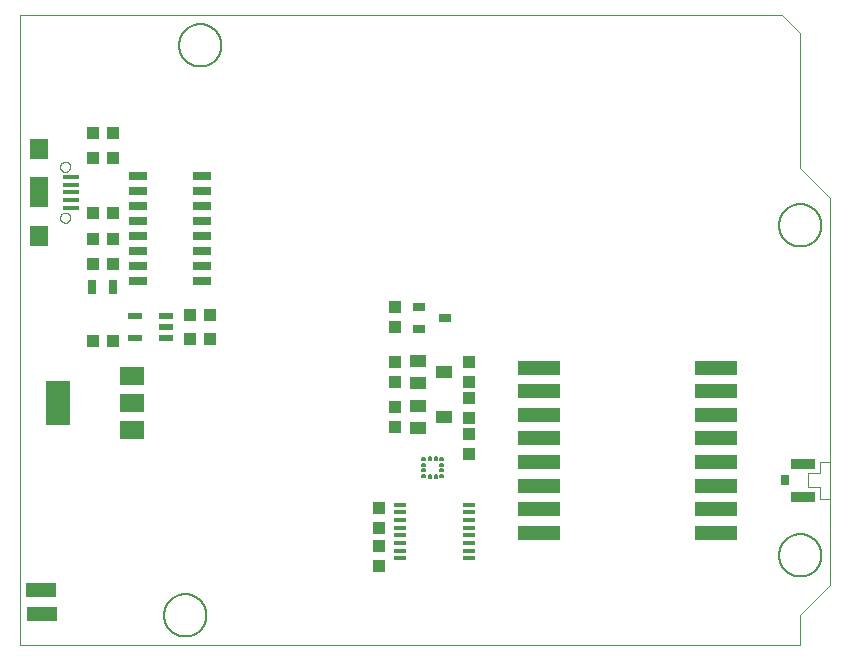
<source format=gtp>
G75*
%MOIN*%
%OFA0B0*%
%FSLAX25Y25*%
%IPPOS*%
%LPD*%
%AMOC8*
5,1,8,0,0,1.08239X$1,22.5*
%
%ADD10C,0.00000*%
%ADD11C,0.00500*%
%ADD12R,0.06000X0.02500*%
%ADD13R,0.04331X0.03937*%
%ADD14R,0.03150X0.04724*%
%ADD15R,0.07900X0.05900*%
%ADD16R,0.07900X0.15000*%
%ADD17R,0.04724X0.02165*%
%ADD18R,0.03937X0.04331*%
%ADD19R,0.14173X0.04724*%
%ADD20R,0.03000X0.03800*%
%ADD21R,0.08400X0.03200*%
%ADD22R,0.03900X0.01200*%
%ADD23R,0.05512X0.03937*%
%ADD24R,0.05512X0.01575*%
%ADD25R,0.05906X0.09843*%
%ADD26R,0.05906X0.07087*%
%ADD27R,0.10000X0.05000*%
%ADD28C,0.00689*%
%ADD29R,0.04331X0.02559*%
D10*
X0015046Y0005000D02*
X0015046Y0215000D01*
X0269046Y0215000D01*
X0275046Y0209000D01*
X0275046Y0164000D01*
X0285046Y0154000D01*
X0285046Y0025000D01*
X0275046Y0015000D01*
X0275046Y0005000D01*
X0015046Y0005000D01*
X0028335Y0147520D02*
X0028337Y0147601D01*
X0028343Y0147683D01*
X0028353Y0147764D01*
X0028367Y0147844D01*
X0028384Y0147923D01*
X0028406Y0148002D01*
X0028431Y0148079D01*
X0028460Y0148156D01*
X0028493Y0148230D01*
X0028530Y0148303D01*
X0028569Y0148374D01*
X0028613Y0148443D01*
X0028659Y0148510D01*
X0028709Y0148574D01*
X0028762Y0148636D01*
X0028818Y0148696D01*
X0028876Y0148752D01*
X0028938Y0148806D01*
X0029002Y0148857D01*
X0029068Y0148904D01*
X0029136Y0148948D01*
X0029207Y0148989D01*
X0029279Y0149026D01*
X0029354Y0149060D01*
X0029429Y0149090D01*
X0029507Y0149116D01*
X0029585Y0149139D01*
X0029664Y0149157D01*
X0029744Y0149172D01*
X0029825Y0149183D01*
X0029906Y0149190D01*
X0029988Y0149193D01*
X0030069Y0149192D01*
X0030150Y0149187D01*
X0030231Y0149178D01*
X0030312Y0149165D01*
X0030392Y0149148D01*
X0030470Y0149128D01*
X0030548Y0149103D01*
X0030625Y0149075D01*
X0030700Y0149043D01*
X0030773Y0149008D01*
X0030844Y0148969D01*
X0030914Y0148926D01*
X0030981Y0148881D01*
X0031047Y0148832D01*
X0031109Y0148780D01*
X0031169Y0148724D01*
X0031226Y0148666D01*
X0031281Y0148606D01*
X0031332Y0148542D01*
X0031380Y0148477D01*
X0031425Y0148409D01*
X0031467Y0148339D01*
X0031505Y0148267D01*
X0031540Y0148193D01*
X0031571Y0148118D01*
X0031598Y0148041D01*
X0031621Y0147963D01*
X0031641Y0147884D01*
X0031657Y0147804D01*
X0031669Y0147723D01*
X0031677Y0147642D01*
X0031681Y0147561D01*
X0031681Y0147479D01*
X0031677Y0147398D01*
X0031669Y0147317D01*
X0031657Y0147236D01*
X0031641Y0147156D01*
X0031621Y0147077D01*
X0031598Y0146999D01*
X0031571Y0146922D01*
X0031540Y0146847D01*
X0031505Y0146773D01*
X0031467Y0146701D01*
X0031425Y0146631D01*
X0031380Y0146563D01*
X0031332Y0146498D01*
X0031281Y0146434D01*
X0031226Y0146374D01*
X0031169Y0146316D01*
X0031109Y0146260D01*
X0031047Y0146208D01*
X0030981Y0146159D01*
X0030914Y0146114D01*
X0030845Y0146071D01*
X0030773Y0146032D01*
X0030700Y0145997D01*
X0030625Y0145965D01*
X0030548Y0145937D01*
X0030470Y0145912D01*
X0030392Y0145892D01*
X0030312Y0145875D01*
X0030231Y0145862D01*
X0030150Y0145853D01*
X0030069Y0145848D01*
X0029988Y0145847D01*
X0029906Y0145850D01*
X0029825Y0145857D01*
X0029744Y0145868D01*
X0029664Y0145883D01*
X0029585Y0145901D01*
X0029507Y0145924D01*
X0029429Y0145950D01*
X0029354Y0145980D01*
X0029279Y0146014D01*
X0029207Y0146051D01*
X0029136Y0146092D01*
X0029068Y0146136D01*
X0029002Y0146183D01*
X0028938Y0146234D01*
X0028876Y0146288D01*
X0028818Y0146344D01*
X0028762Y0146404D01*
X0028709Y0146466D01*
X0028659Y0146530D01*
X0028613Y0146597D01*
X0028569Y0146666D01*
X0028530Y0146737D01*
X0028493Y0146810D01*
X0028460Y0146884D01*
X0028431Y0146961D01*
X0028406Y0147038D01*
X0028384Y0147117D01*
X0028367Y0147196D01*
X0028353Y0147276D01*
X0028343Y0147357D01*
X0028337Y0147439D01*
X0028335Y0147520D01*
X0028335Y0164480D02*
X0028337Y0164561D01*
X0028343Y0164643D01*
X0028353Y0164724D01*
X0028367Y0164804D01*
X0028384Y0164883D01*
X0028406Y0164962D01*
X0028431Y0165039D01*
X0028460Y0165116D01*
X0028493Y0165190D01*
X0028530Y0165263D01*
X0028569Y0165334D01*
X0028613Y0165403D01*
X0028659Y0165470D01*
X0028709Y0165534D01*
X0028762Y0165596D01*
X0028818Y0165656D01*
X0028876Y0165712D01*
X0028938Y0165766D01*
X0029002Y0165817D01*
X0029068Y0165864D01*
X0029136Y0165908D01*
X0029207Y0165949D01*
X0029279Y0165986D01*
X0029354Y0166020D01*
X0029429Y0166050D01*
X0029507Y0166076D01*
X0029585Y0166099D01*
X0029664Y0166117D01*
X0029744Y0166132D01*
X0029825Y0166143D01*
X0029906Y0166150D01*
X0029988Y0166153D01*
X0030069Y0166152D01*
X0030150Y0166147D01*
X0030231Y0166138D01*
X0030312Y0166125D01*
X0030392Y0166108D01*
X0030470Y0166088D01*
X0030548Y0166063D01*
X0030625Y0166035D01*
X0030700Y0166003D01*
X0030773Y0165968D01*
X0030844Y0165929D01*
X0030914Y0165886D01*
X0030981Y0165841D01*
X0031047Y0165792D01*
X0031109Y0165740D01*
X0031169Y0165684D01*
X0031226Y0165626D01*
X0031281Y0165566D01*
X0031332Y0165502D01*
X0031380Y0165437D01*
X0031425Y0165369D01*
X0031467Y0165299D01*
X0031505Y0165227D01*
X0031540Y0165153D01*
X0031571Y0165078D01*
X0031598Y0165001D01*
X0031621Y0164923D01*
X0031641Y0164844D01*
X0031657Y0164764D01*
X0031669Y0164683D01*
X0031677Y0164602D01*
X0031681Y0164521D01*
X0031681Y0164439D01*
X0031677Y0164358D01*
X0031669Y0164277D01*
X0031657Y0164196D01*
X0031641Y0164116D01*
X0031621Y0164037D01*
X0031598Y0163959D01*
X0031571Y0163882D01*
X0031540Y0163807D01*
X0031505Y0163733D01*
X0031467Y0163661D01*
X0031425Y0163591D01*
X0031380Y0163523D01*
X0031332Y0163458D01*
X0031281Y0163394D01*
X0031226Y0163334D01*
X0031169Y0163276D01*
X0031109Y0163220D01*
X0031047Y0163168D01*
X0030981Y0163119D01*
X0030914Y0163074D01*
X0030845Y0163031D01*
X0030773Y0162992D01*
X0030700Y0162957D01*
X0030625Y0162925D01*
X0030548Y0162897D01*
X0030470Y0162872D01*
X0030392Y0162852D01*
X0030312Y0162835D01*
X0030231Y0162822D01*
X0030150Y0162813D01*
X0030069Y0162808D01*
X0029988Y0162807D01*
X0029906Y0162810D01*
X0029825Y0162817D01*
X0029744Y0162828D01*
X0029664Y0162843D01*
X0029585Y0162861D01*
X0029507Y0162884D01*
X0029429Y0162910D01*
X0029354Y0162940D01*
X0029279Y0162974D01*
X0029207Y0163011D01*
X0029136Y0163052D01*
X0029068Y0163096D01*
X0029002Y0163143D01*
X0028938Y0163194D01*
X0028876Y0163248D01*
X0028818Y0163304D01*
X0028762Y0163364D01*
X0028709Y0163426D01*
X0028659Y0163490D01*
X0028613Y0163557D01*
X0028569Y0163626D01*
X0028530Y0163697D01*
X0028493Y0163770D01*
X0028460Y0163844D01*
X0028431Y0163921D01*
X0028406Y0163998D01*
X0028384Y0164077D01*
X0028367Y0164156D01*
X0028353Y0164236D01*
X0028343Y0164317D01*
X0028337Y0164399D01*
X0028335Y0164480D01*
X0277746Y0062300D02*
X0277746Y0057900D01*
X0281646Y0057900D01*
X0281646Y0053900D01*
X0285046Y0053900D01*
X0285046Y0053800D01*
X0281546Y0062300D02*
X0277746Y0062300D01*
X0281546Y0062300D02*
X0281546Y0066100D01*
X0285046Y0066100D01*
D11*
X0267975Y0035000D02*
X0267977Y0035174D01*
X0267984Y0035347D01*
X0267994Y0035520D01*
X0268009Y0035693D01*
X0268028Y0035866D01*
X0268052Y0036038D01*
X0268079Y0036209D01*
X0268111Y0036379D01*
X0268147Y0036549D01*
X0268187Y0036718D01*
X0268231Y0036886D01*
X0268279Y0037053D01*
X0268332Y0037218D01*
X0268388Y0037382D01*
X0268449Y0037545D01*
X0268513Y0037706D01*
X0268582Y0037865D01*
X0268654Y0038023D01*
X0268730Y0038179D01*
X0268810Y0038333D01*
X0268894Y0038485D01*
X0268981Y0038635D01*
X0269072Y0038783D01*
X0269167Y0038928D01*
X0269265Y0039072D01*
X0269367Y0039212D01*
X0269472Y0039350D01*
X0269580Y0039486D01*
X0269692Y0039619D01*
X0269807Y0039749D01*
X0269925Y0039876D01*
X0270046Y0040000D01*
X0270170Y0040121D01*
X0270297Y0040239D01*
X0270427Y0040354D01*
X0270560Y0040466D01*
X0270696Y0040574D01*
X0270834Y0040679D01*
X0270974Y0040781D01*
X0271118Y0040879D01*
X0271263Y0040974D01*
X0271411Y0041065D01*
X0271561Y0041152D01*
X0271713Y0041236D01*
X0271867Y0041316D01*
X0272023Y0041392D01*
X0272181Y0041464D01*
X0272340Y0041533D01*
X0272501Y0041597D01*
X0272664Y0041658D01*
X0272828Y0041714D01*
X0272993Y0041767D01*
X0273160Y0041815D01*
X0273328Y0041859D01*
X0273497Y0041899D01*
X0273667Y0041935D01*
X0273837Y0041967D01*
X0274008Y0041994D01*
X0274180Y0042018D01*
X0274353Y0042037D01*
X0274526Y0042052D01*
X0274699Y0042062D01*
X0274872Y0042069D01*
X0275046Y0042071D01*
X0275220Y0042069D01*
X0275393Y0042062D01*
X0275566Y0042052D01*
X0275739Y0042037D01*
X0275912Y0042018D01*
X0276084Y0041994D01*
X0276255Y0041967D01*
X0276425Y0041935D01*
X0276595Y0041899D01*
X0276764Y0041859D01*
X0276932Y0041815D01*
X0277099Y0041767D01*
X0277264Y0041714D01*
X0277428Y0041658D01*
X0277591Y0041597D01*
X0277752Y0041533D01*
X0277911Y0041464D01*
X0278069Y0041392D01*
X0278225Y0041316D01*
X0278379Y0041236D01*
X0278531Y0041152D01*
X0278681Y0041065D01*
X0278829Y0040974D01*
X0278974Y0040879D01*
X0279118Y0040781D01*
X0279258Y0040679D01*
X0279396Y0040574D01*
X0279532Y0040466D01*
X0279665Y0040354D01*
X0279795Y0040239D01*
X0279922Y0040121D01*
X0280046Y0040000D01*
X0280167Y0039876D01*
X0280285Y0039749D01*
X0280400Y0039619D01*
X0280512Y0039486D01*
X0280620Y0039350D01*
X0280725Y0039212D01*
X0280827Y0039072D01*
X0280925Y0038928D01*
X0281020Y0038783D01*
X0281111Y0038635D01*
X0281198Y0038485D01*
X0281282Y0038333D01*
X0281362Y0038179D01*
X0281438Y0038023D01*
X0281510Y0037865D01*
X0281579Y0037706D01*
X0281643Y0037545D01*
X0281704Y0037382D01*
X0281760Y0037218D01*
X0281813Y0037053D01*
X0281861Y0036886D01*
X0281905Y0036718D01*
X0281945Y0036549D01*
X0281981Y0036379D01*
X0282013Y0036209D01*
X0282040Y0036038D01*
X0282064Y0035866D01*
X0282083Y0035693D01*
X0282098Y0035520D01*
X0282108Y0035347D01*
X0282115Y0035174D01*
X0282117Y0035000D01*
X0282115Y0034826D01*
X0282108Y0034653D01*
X0282098Y0034480D01*
X0282083Y0034307D01*
X0282064Y0034134D01*
X0282040Y0033962D01*
X0282013Y0033791D01*
X0281981Y0033621D01*
X0281945Y0033451D01*
X0281905Y0033282D01*
X0281861Y0033114D01*
X0281813Y0032947D01*
X0281760Y0032782D01*
X0281704Y0032618D01*
X0281643Y0032455D01*
X0281579Y0032294D01*
X0281510Y0032135D01*
X0281438Y0031977D01*
X0281362Y0031821D01*
X0281282Y0031667D01*
X0281198Y0031515D01*
X0281111Y0031365D01*
X0281020Y0031217D01*
X0280925Y0031072D01*
X0280827Y0030928D01*
X0280725Y0030788D01*
X0280620Y0030650D01*
X0280512Y0030514D01*
X0280400Y0030381D01*
X0280285Y0030251D01*
X0280167Y0030124D01*
X0280046Y0030000D01*
X0279922Y0029879D01*
X0279795Y0029761D01*
X0279665Y0029646D01*
X0279532Y0029534D01*
X0279396Y0029426D01*
X0279258Y0029321D01*
X0279118Y0029219D01*
X0278974Y0029121D01*
X0278829Y0029026D01*
X0278681Y0028935D01*
X0278531Y0028848D01*
X0278379Y0028764D01*
X0278225Y0028684D01*
X0278069Y0028608D01*
X0277911Y0028536D01*
X0277752Y0028467D01*
X0277591Y0028403D01*
X0277428Y0028342D01*
X0277264Y0028286D01*
X0277099Y0028233D01*
X0276932Y0028185D01*
X0276764Y0028141D01*
X0276595Y0028101D01*
X0276425Y0028065D01*
X0276255Y0028033D01*
X0276084Y0028006D01*
X0275912Y0027982D01*
X0275739Y0027963D01*
X0275566Y0027948D01*
X0275393Y0027938D01*
X0275220Y0027931D01*
X0275046Y0027929D01*
X0274872Y0027931D01*
X0274699Y0027938D01*
X0274526Y0027948D01*
X0274353Y0027963D01*
X0274180Y0027982D01*
X0274008Y0028006D01*
X0273837Y0028033D01*
X0273667Y0028065D01*
X0273497Y0028101D01*
X0273328Y0028141D01*
X0273160Y0028185D01*
X0272993Y0028233D01*
X0272828Y0028286D01*
X0272664Y0028342D01*
X0272501Y0028403D01*
X0272340Y0028467D01*
X0272181Y0028536D01*
X0272023Y0028608D01*
X0271867Y0028684D01*
X0271713Y0028764D01*
X0271561Y0028848D01*
X0271411Y0028935D01*
X0271263Y0029026D01*
X0271118Y0029121D01*
X0270974Y0029219D01*
X0270834Y0029321D01*
X0270696Y0029426D01*
X0270560Y0029534D01*
X0270427Y0029646D01*
X0270297Y0029761D01*
X0270170Y0029879D01*
X0270046Y0030000D01*
X0269925Y0030124D01*
X0269807Y0030251D01*
X0269692Y0030381D01*
X0269580Y0030514D01*
X0269472Y0030650D01*
X0269367Y0030788D01*
X0269265Y0030928D01*
X0269167Y0031072D01*
X0269072Y0031217D01*
X0268981Y0031365D01*
X0268894Y0031515D01*
X0268810Y0031667D01*
X0268730Y0031821D01*
X0268654Y0031977D01*
X0268582Y0032135D01*
X0268513Y0032294D01*
X0268449Y0032455D01*
X0268388Y0032618D01*
X0268332Y0032782D01*
X0268279Y0032947D01*
X0268231Y0033114D01*
X0268187Y0033282D01*
X0268147Y0033451D01*
X0268111Y0033621D01*
X0268079Y0033791D01*
X0268052Y0033962D01*
X0268028Y0034134D01*
X0268009Y0034307D01*
X0267994Y0034480D01*
X0267984Y0034653D01*
X0267977Y0034826D01*
X0267975Y0035000D01*
X0267975Y0145000D02*
X0267977Y0145174D01*
X0267984Y0145347D01*
X0267994Y0145520D01*
X0268009Y0145693D01*
X0268028Y0145866D01*
X0268052Y0146038D01*
X0268079Y0146209D01*
X0268111Y0146379D01*
X0268147Y0146549D01*
X0268187Y0146718D01*
X0268231Y0146886D01*
X0268279Y0147053D01*
X0268332Y0147218D01*
X0268388Y0147382D01*
X0268449Y0147545D01*
X0268513Y0147706D01*
X0268582Y0147865D01*
X0268654Y0148023D01*
X0268730Y0148179D01*
X0268810Y0148333D01*
X0268894Y0148485D01*
X0268981Y0148635D01*
X0269072Y0148783D01*
X0269167Y0148928D01*
X0269265Y0149072D01*
X0269367Y0149212D01*
X0269472Y0149350D01*
X0269580Y0149486D01*
X0269692Y0149619D01*
X0269807Y0149749D01*
X0269925Y0149876D01*
X0270046Y0150000D01*
X0270170Y0150121D01*
X0270297Y0150239D01*
X0270427Y0150354D01*
X0270560Y0150466D01*
X0270696Y0150574D01*
X0270834Y0150679D01*
X0270974Y0150781D01*
X0271118Y0150879D01*
X0271263Y0150974D01*
X0271411Y0151065D01*
X0271561Y0151152D01*
X0271713Y0151236D01*
X0271867Y0151316D01*
X0272023Y0151392D01*
X0272181Y0151464D01*
X0272340Y0151533D01*
X0272501Y0151597D01*
X0272664Y0151658D01*
X0272828Y0151714D01*
X0272993Y0151767D01*
X0273160Y0151815D01*
X0273328Y0151859D01*
X0273497Y0151899D01*
X0273667Y0151935D01*
X0273837Y0151967D01*
X0274008Y0151994D01*
X0274180Y0152018D01*
X0274353Y0152037D01*
X0274526Y0152052D01*
X0274699Y0152062D01*
X0274872Y0152069D01*
X0275046Y0152071D01*
X0275220Y0152069D01*
X0275393Y0152062D01*
X0275566Y0152052D01*
X0275739Y0152037D01*
X0275912Y0152018D01*
X0276084Y0151994D01*
X0276255Y0151967D01*
X0276425Y0151935D01*
X0276595Y0151899D01*
X0276764Y0151859D01*
X0276932Y0151815D01*
X0277099Y0151767D01*
X0277264Y0151714D01*
X0277428Y0151658D01*
X0277591Y0151597D01*
X0277752Y0151533D01*
X0277911Y0151464D01*
X0278069Y0151392D01*
X0278225Y0151316D01*
X0278379Y0151236D01*
X0278531Y0151152D01*
X0278681Y0151065D01*
X0278829Y0150974D01*
X0278974Y0150879D01*
X0279118Y0150781D01*
X0279258Y0150679D01*
X0279396Y0150574D01*
X0279532Y0150466D01*
X0279665Y0150354D01*
X0279795Y0150239D01*
X0279922Y0150121D01*
X0280046Y0150000D01*
X0280167Y0149876D01*
X0280285Y0149749D01*
X0280400Y0149619D01*
X0280512Y0149486D01*
X0280620Y0149350D01*
X0280725Y0149212D01*
X0280827Y0149072D01*
X0280925Y0148928D01*
X0281020Y0148783D01*
X0281111Y0148635D01*
X0281198Y0148485D01*
X0281282Y0148333D01*
X0281362Y0148179D01*
X0281438Y0148023D01*
X0281510Y0147865D01*
X0281579Y0147706D01*
X0281643Y0147545D01*
X0281704Y0147382D01*
X0281760Y0147218D01*
X0281813Y0147053D01*
X0281861Y0146886D01*
X0281905Y0146718D01*
X0281945Y0146549D01*
X0281981Y0146379D01*
X0282013Y0146209D01*
X0282040Y0146038D01*
X0282064Y0145866D01*
X0282083Y0145693D01*
X0282098Y0145520D01*
X0282108Y0145347D01*
X0282115Y0145174D01*
X0282117Y0145000D01*
X0282115Y0144826D01*
X0282108Y0144653D01*
X0282098Y0144480D01*
X0282083Y0144307D01*
X0282064Y0144134D01*
X0282040Y0143962D01*
X0282013Y0143791D01*
X0281981Y0143621D01*
X0281945Y0143451D01*
X0281905Y0143282D01*
X0281861Y0143114D01*
X0281813Y0142947D01*
X0281760Y0142782D01*
X0281704Y0142618D01*
X0281643Y0142455D01*
X0281579Y0142294D01*
X0281510Y0142135D01*
X0281438Y0141977D01*
X0281362Y0141821D01*
X0281282Y0141667D01*
X0281198Y0141515D01*
X0281111Y0141365D01*
X0281020Y0141217D01*
X0280925Y0141072D01*
X0280827Y0140928D01*
X0280725Y0140788D01*
X0280620Y0140650D01*
X0280512Y0140514D01*
X0280400Y0140381D01*
X0280285Y0140251D01*
X0280167Y0140124D01*
X0280046Y0140000D01*
X0279922Y0139879D01*
X0279795Y0139761D01*
X0279665Y0139646D01*
X0279532Y0139534D01*
X0279396Y0139426D01*
X0279258Y0139321D01*
X0279118Y0139219D01*
X0278974Y0139121D01*
X0278829Y0139026D01*
X0278681Y0138935D01*
X0278531Y0138848D01*
X0278379Y0138764D01*
X0278225Y0138684D01*
X0278069Y0138608D01*
X0277911Y0138536D01*
X0277752Y0138467D01*
X0277591Y0138403D01*
X0277428Y0138342D01*
X0277264Y0138286D01*
X0277099Y0138233D01*
X0276932Y0138185D01*
X0276764Y0138141D01*
X0276595Y0138101D01*
X0276425Y0138065D01*
X0276255Y0138033D01*
X0276084Y0138006D01*
X0275912Y0137982D01*
X0275739Y0137963D01*
X0275566Y0137948D01*
X0275393Y0137938D01*
X0275220Y0137931D01*
X0275046Y0137929D01*
X0274872Y0137931D01*
X0274699Y0137938D01*
X0274526Y0137948D01*
X0274353Y0137963D01*
X0274180Y0137982D01*
X0274008Y0138006D01*
X0273837Y0138033D01*
X0273667Y0138065D01*
X0273497Y0138101D01*
X0273328Y0138141D01*
X0273160Y0138185D01*
X0272993Y0138233D01*
X0272828Y0138286D01*
X0272664Y0138342D01*
X0272501Y0138403D01*
X0272340Y0138467D01*
X0272181Y0138536D01*
X0272023Y0138608D01*
X0271867Y0138684D01*
X0271713Y0138764D01*
X0271561Y0138848D01*
X0271411Y0138935D01*
X0271263Y0139026D01*
X0271118Y0139121D01*
X0270974Y0139219D01*
X0270834Y0139321D01*
X0270696Y0139426D01*
X0270560Y0139534D01*
X0270427Y0139646D01*
X0270297Y0139761D01*
X0270170Y0139879D01*
X0270046Y0140000D01*
X0269925Y0140124D01*
X0269807Y0140251D01*
X0269692Y0140381D01*
X0269580Y0140514D01*
X0269472Y0140650D01*
X0269367Y0140788D01*
X0269265Y0140928D01*
X0269167Y0141072D01*
X0269072Y0141217D01*
X0268981Y0141365D01*
X0268894Y0141515D01*
X0268810Y0141667D01*
X0268730Y0141821D01*
X0268654Y0141977D01*
X0268582Y0142135D01*
X0268513Y0142294D01*
X0268449Y0142455D01*
X0268388Y0142618D01*
X0268332Y0142782D01*
X0268279Y0142947D01*
X0268231Y0143114D01*
X0268187Y0143282D01*
X0268147Y0143451D01*
X0268111Y0143621D01*
X0268079Y0143791D01*
X0268052Y0143962D01*
X0268028Y0144134D01*
X0268009Y0144307D01*
X0267994Y0144480D01*
X0267984Y0144653D01*
X0267977Y0144826D01*
X0267975Y0145000D01*
X0067975Y0205000D02*
X0067977Y0205174D01*
X0067984Y0205347D01*
X0067994Y0205520D01*
X0068009Y0205693D01*
X0068028Y0205866D01*
X0068052Y0206038D01*
X0068079Y0206209D01*
X0068111Y0206379D01*
X0068147Y0206549D01*
X0068187Y0206718D01*
X0068231Y0206886D01*
X0068279Y0207053D01*
X0068332Y0207218D01*
X0068388Y0207382D01*
X0068449Y0207545D01*
X0068513Y0207706D01*
X0068582Y0207865D01*
X0068654Y0208023D01*
X0068730Y0208179D01*
X0068810Y0208333D01*
X0068894Y0208485D01*
X0068981Y0208635D01*
X0069072Y0208783D01*
X0069167Y0208928D01*
X0069265Y0209072D01*
X0069367Y0209212D01*
X0069472Y0209350D01*
X0069580Y0209486D01*
X0069692Y0209619D01*
X0069807Y0209749D01*
X0069925Y0209876D01*
X0070046Y0210000D01*
X0070170Y0210121D01*
X0070297Y0210239D01*
X0070427Y0210354D01*
X0070560Y0210466D01*
X0070696Y0210574D01*
X0070834Y0210679D01*
X0070974Y0210781D01*
X0071118Y0210879D01*
X0071263Y0210974D01*
X0071411Y0211065D01*
X0071561Y0211152D01*
X0071713Y0211236D01*
X0071867Y0211316D01*
X0072023Y0211392D01*
X0072181Y0211464D01*
X0072340Y0211533D01*
X0072501Y0211597D01*
X0072664Y0211658D01*
X0072828Y0211714D01*
X0072993Y0211767D01*
X0073160Y0211815D01*
X0073328Y0211859D01*
X0073497Y0211899D01*
X0073667Y0211935D01*
X0073837Y0211967D01*
X0074008Y0211994D01*
X0074180Y0212018D01*
X0074353Y0212037D01*
X0074526Y0212052D01*
X0074699Y0212062D01*
X0074872Y0212069D01*
X0075046Y0212071D01*
X0075220Y0212069D01*
X0075393Y0212062D01*
X0075566Y0212052D01*
X0075739Y0212037D01*
X0075912Y0212018D01*
X0076084Y0211994D01*
X0076255Y0211967D01*
X0076425Y0211935D01*
X0076595Y0211899D01*
X0076764Y0211859D01*
X0076932Y0211815D01*
X0077099Y0211767D01*
X0077264Y0211714D01*
X0077428Y0211658D01*
X0077591Y0211597D01*
X0077752Y0211533D01*
X0077911Y0211464D01*
X0078069Y0211392D01*
X0078225Y0211316D01*
X0078379Y0211236D01*
X0078531Y0211152D01*
X0078681Y0211065D01*
X0078829Y0210974D01*
X0078974Y0210879D01*
X0079118Y0210781D01*
X0079258Y0210679D01*
X0079396Y0210574D01*
X0079532Y0210466D01*
X0079665Y0210354D01*
X0079795Y0210239D01*
X0079922Y0210121D01*
X0080046Y0210000D01*
X0080167Y0209876D01*
X0080285Y0209749D01*
X0080400Y0209619D01*
X0080512Y0209486D01*
X0080620Y0209350D01*
X0080725Y0209212D01*
X0080827Y0209072D01*
X0080925Y0208928D01*
X0081020Y0208783D01*
X0081111Y0208635D01*
X0081198Y0208485D01*
X0081282Y0208333D01*
X0081362Y0208179D01*
X0081438Y0208023D01*
X0081510Y0207865D01*
X0081579Y0207706D01*
X0081643Y0207545D01*
X0081704Y0207382D01*
X0081760Y0207218D01*
X0081813Y0207053D01*
X0081861Y0206886D01*
X0081905Y0206718D01*
X0081945Y0206549D01*
X0081981Y0206379D01*
X0082013Y0206209D01*
X0082040Y0206038D01*
X0082064Y0205866D01*
X0082083Y0205693D01*
X0082098Y0205520D01*
X0082108Y0205347D01*
X0082115Y0205174D01*
X0082117Y0205000D01*
X0082115Y0204826D01*
X0082108Y0204653D01*
X0082098Y0204480D01*
X0082083Y0204307D01*
X0082064Y0204134D01*
X0082040Y0203962D01*
X0082013Y0203791D01*
X0081981Y0203621D01*
X0081945Y0203451D01*
X0081905Y0203282D01*
X0081861Y0203114D01*
X0081813Y0202947D01*
X0081760Y0202782D01*
X0081704Y0202618D01*
X0081643Y0202455D01*
X0081579Y0202294D01*
X0081510Y0202135D01*
X0081438Y0201977D01*
X0081362Y0201821D01*
X0081282Y0201667D01*
X0081198Y0201515D01*
X0081111Y0201365D01*
X0081020Y0201217D01*
X0080925Y0201072D01*
X0080827Y0200928D01*
X0080725Y0200788D01*
X0080620Y0200650D01*
X0080512Y0200514D01*
X0080400Y0200381D01*
X0080285Y0200251D01*
X0080167Y0200124D01*
X0080046Y0200000D01*
X0079922Y0199879D01*
X0079795Y0199761D01*
X0079665Y0199646D01*
X0079532Y0199534D01*
X0079396Y0199426D01*
X0079258Y0199321D01*
X0079118Y0199219D01*
X0078974Y0199121D01*
X0078829Y0199026D01*
X0078681Y0198935D01*
X0078531Y0198848D01*
X0078379Y0198764D01*
X0078225Y0198684D01*
X0078069Y0198608D01*
X0077911Y0198536D01*
X0077752Y0198467D01*
X0077591Y0198403D01*
X0077428Y0198342D01*
X0077264Y0198286D01*
X0077099Y0198233D01*
X0076932Y0198185D01*
X0076764Y0198141D01*
X0076595Y0198101D01*
X0076425Y0198065D01*
X0076255Y0198033D01*
X0076084Y0198006D01*
X0075912Y0197982D01*
X0075739Y0197963D01*
X0075566Y0197948D01*
X0075393Y0197938D01*
X0075220Y0197931D01*
X0075046Y0197929D01*
X0074872Y0197931D01*
X0074699Y0197938D01*
X0074526Y0197948D01*
X0074353Y0197963D01*
X0074180Y0197982D01*
X0074008Y0198006D01*
X0073837Y0198033D01*
X0073667Y0198065D01*
X0073497Y0198101D01*
X0073328Y0198141D01*
X0073160Y0198185D01*
X0072993Y0198233D01*
X0072828Y0198286D01*
X0072664Y0198342D01*
X0072501Y0198403D01*
X0072340Y0198467D01*
X0072181Y0198536D01*
X0072023Y0198608D01*
X0071867Y0198684D01*
X0071713Y0198764D01*
X0071561Y0198848D01*
X0071411Y0198935D01*
X0071263Y0199026D01*
X0071118Y0199121D01*
X0070974Y0199219D01*
X0070834Y0199321D01*
X0070696Y0199426D01*
X0070560Y0199534D01*
X0070427Y0199646D01*
X0070297Y0199761D01*
X0070170Y0199879D01*
X0070046Y0200000D01*
X0069925Y0200124D01*
X0069807Y0200251D01*
X0069692Y0200381D01*
X0069580Y0200514D01*
X0069472Y0200650D01*
X0069367Y0200788D01*
X0069265Y0200928D01*
X0069167Y0201072D01*
X0069072Y0201217D01*
X0068981Y0201365D01*
X0068894Y0201515D01*
X0068810Y0201667D01*
X0068730Y0201821D01*
X0068654Y0201977D01*
X0068582Y0202135D01*
X0068513Y0202294D01*
X0068449Y0202455D01*
X0068388Y0202618D01*
X0068332Y0202782D01*
X0068279Y0202947D01*
X0068231Y0203114D01*
X0068187Y0203282D01*
X0068147Y0203451D01*
X0068111Y0203621D01*
X0068079Y0203791D01*
X0068052Y0203962D01*
X0068028Y0204134D01*
X0068009Y0204307D01*
X0067994Y0204480D01*
X0067984Y0204653D01*
X0067977Y0204826D01*
X0067975Y0205000D01*
X0062975Y0015000D02*
X0062977Y0015174D01*
X0062984Y0015347D01*
X0062994Y0015520D01*
X0063009Y0015693D01*
X0063028Y0015866D01*
X0063052Y0016038D01*
X0063079Y0016209D01*
X0063111Y0016379D01*
X0063147Y0016549D01*
X0063187Y0016718D01*
X0063231Y0016886D01*
X0063279Y0017053D01*
X0063332Y0017218D01*
X0063388Y0017382D01*
X0063449Y0017545D01*
X0063513Y0017706D01*
X0063582Y0017865D01*
X0063654Y0018023D01*
X0063730Y0018179D01*
X0063810Y0018333D01*
X0063894Y0018485D01*
X0063981Y0018635D01*
X0064072Y0018783D01*
X0064167Y0018928D01*
X0064265Y0019072D01*
X0064367Y0019212D01*
X0064472Y0019350D01*
X0064580Y0019486D01*
X0064692Y0019619D01*
X0064807Y0019749D01*
X0064925Y0019876D01*
X0065046Y0020000D01*
X0065170Y0020121D01*
X0065297Y0020239D01*
X0065427Y0020354D01*
X0065560Y0020466D01*
X0065696Y0020574D01*
X0065834Y0020679D01*
X0065974Y0020781D01*
X0066118Y0020879D01*
X0066263Y0020974D01*
X0066411Y0021065D01*
X0066561Y0021152D01*
X0066713Y0021236D01*
X0066867Y0021316D01*
X0067023Y0021392D01*
X0067181Y0021464D01*
X0067340Y0021533D01*
X0067501Y0021597D01*
X0067664Y0021658D01*
X0067828Y0021714D01*
X0067993Y0021767D01*
X0068160Y0021815D01*
X0068328Y0021859D01*
X0068497Y0021899D01*
X0068667Y0021935D01*
X0068837Y0021967D01*
X0069008Y0021994D01*
X0069180Y0022018D01*
X0069353Y0022037D01*
X0069526Y0022052D01*
X0069699Y0022062D01*
X0069872Y0022069D01*
X0070046Y0022071D01*
X0070220Y0022069D01*
X0070393Y0022062D01*
X0070566Y0022052D01*
X0070739Y0022037D01*
X0070912Y0022018D01*
X0071084Y0021994D01*
X0071255Y0021967D01*
X0071425Y0021935D01*
X0071595Y0021899D01*
X0071764Y0021859D01*
X0071932Y0021815D01*
X0072099Y0021767D01*
X0072264Y0021714D01*
X0072428Y0021658D01*
X0072591Y0021597D01*
X0072752Y0021533D01*
X0072911Y0021464D01*
X0073069Y0021392D01*
X0073225Y0021316D01*
X0073379Y0021236D01*
X0073531Y0021152D01*
X0073681Y0021065D01*
X0073829Y0020974D01*
X0073974Y0020879D01*
X0074118Y0020781D01*
X0074258Y0020679D01*
X0074396Y0020574D01*
X0074532Y0020466D01*
X0074665Y0020354D01*
X0074795Y0020239D01*
X0074922Y0020121D01*
X0075046Y0020000D01*
X0075167Y0019876D01*
X0075285Y0019749D01*
X0075400Y0019619D01*
X0075512Y0019486D01*
X0075620Y0019350D01*
X0075725Y0019212D01*
X0075827Y0019072D01*
X0075925Y0018928D01*
X0076020Y0018783D01*
X0076111Y0018635D01*
X0076198Y0018485D01*
X0076282Y0018333D01*
X0076362Y0018179D01*
X0076438Y0018023D01*
X0076510Y0017865D01*
X0076579Y0017706D01*
X0076643Y0017545D01*
X0076704Y0017382D01*
X0076760Y0017218D01*
X0076813Y0017053D01*
X0076861Y0016886D01*
X0076905Y0016718D01*
X0076945Y0016549D01*
X0076981Y0016379D01*
X0077013Y0016209D01*
X0077040Y0016038D01*
X0077064Y0015866D01*
X0077083Y0015693D01*
X0077098Y0015520D01*
X0077108Y0015347D01*
X0077115Y0015174D01*
X0077117Y0015000D01*
X0077115Y0014826D01*
X0077108Y0014653D01*
X0077098Y0014480D01*
X0077083Y0014307D01*
X0077064Y0014134D01*
X0077040Y0013962D01*
X0077013Y0013791D01*
X0076981Y0013621D01*
X0076945Y0013451D01*
X0076905Y0013282D01*
X0076861Y0013114D01*
X0076813Y0012947D01*
X0076760Y0012782D01*
X0076704Y0012618D01*
X0076643Y0012455D01*
X0076579Y0012294D01*
X0076510Y0012135D01*
X0076438Y0011977D01*
X0076362Y0011821D01*
X0076282Y0011667D01*
X0076198Y0011515D01*
X0076111Y0011365D01*
X0076020Y0011217D01*
X0075925Y0011072D01*
X0075827Y0010928D01*
X0075725Y0010788D01*
X0075620Y0010650D01*
X0075512Y0010514D01*
X0075400Y0010381D01*
X0075285Y0010251D01*
X0075167Y0010124D01*
X0075046Y0010000D01*
X0074922Y0009879D01*
X0074795Y0009761D01*
X0074665Y0009646D01*
X0074532Y0009534D01*
X0074396Y0009426D01*
X0074258Y0009321D01*
X0074118Y0009219D01*
X0073974Y0009121D01*
X0073829Y0009026D01*
X0073681Y0008935D01*
X0073531Y0008848D01*
X0073379Y0008764D01*
X0073225Y0008684D01*
X0073069Y0008608D01*
X0072911Y0008536D01*
X0072752Y0008467D01*
X0072591Y0008403D01*
X0072428Y0008342D01*
X0072264Y0008286D01*
X0072099Y0008233D01*
X0071932Y0008185D01*
X0071764Y0008141D01*
X0071595Y0008101D01*
X0071425Y0008065D01*
X0071255Y0008033D01*
X0071084Y0008006D01*
X0070912Y0007982D01*
X0070739Y0007963D01*
X0070566Y0007948D01*
X0070393Y0007938D01*
X0070220Y0007931D01*
X0070046Y0007929D01*
X0069872Y0007931D01*
X0069699Y0007938D01*
X0069526Y0007948D01*
X0069353Y0007963D01*
X0069180Y0007982D01*
X0069008Y0008006D01*
X0068837Y0008033D01*
X0068667Y0008065D01*
X0068497Y0008101D01*
X0068328Y0008141D01*
X0068160Y0008185D01*
X0067993Y0008233D01*
X0067828Y0008286D01*
X0067664Y0008342D01*
X0067501Y0008403D01*
X0067340Y0008467D01*
X0067181Y0008536D01*
X0067023Y0008608D01*
X0066867Y0008684D01*
X0066713Y0008764D01*
X0066561Y0008848D01*
X0066411Y0008935D01*
X0066263Y0009026D01*
X0066118Y0009121D01*
X0065974Y0009219D01*
X0065834Y0009321D01*
X0065696Y0009426D01*
X0065560Y0009534D01*
X0065427Y0009646D01*
X0065297Y0009761D01*
X0065170Y0009879D01*
X0065046Y0010000D01*
X0064925Y0010124D01*
X0064807Y0010251D01*
X0064692Y0010381D01*
X0064580Y0010514D01*
X0064472Y0010650D01*
X0064367Y0010788D01*
X0064265Y0010928D01*
X0064167Y0011072D01*
X0064072Y0011217D01*
X0063981Y0011365D01*
X0063894Y0011515D01*
X0063810Y0011667D01*
X0063730Y0011821D01*
X0063654Y0011977D01*
X0063582Y0012135D01*
X0063513Y0012294D01*
X0063449Y0012455D01*
X0063388Y0012618D01*
X0063332Y0012782D01*
X0063279Y0012947D01*
X0063231Y0013114D01*
X0063187Y0013282D01*
X0063147Y0013451D01*
X0063111Y0013621D01*
X0063079Y0013791D01*
X0063052Y0013962D01*
X0063028Y0014134D01*
X0063009Y0014307D01*
X0062994Y0014480D01*
X0062984Y0014653D01*
X0062977Y0014826D01*
X0062975Y0015000D01*
D12*
X0054436Y0126500D03*
X0054436Y0131500D03*
X0054436Y0136500D03*
X0054436Y0141500D03*
X0054436Y0146500D03*
X0054436Y0151500D03*
X0054436Y0156500D03*
X0054436Y0161500D03*
X0075657Y0161500D03*
X0075657Y0156500D03*
X0075657Y0151500D03*
X0075657Y0146500D03*
X0075657Y0141500D03*
X0075657Y0136500D03*
X0075657Y0131500D03*
X0075657Y0126500D03*
D13*
X0078393Y0107000D03*
X0071700Y0107000D03*
X0045893Y0106500D03*
X0039200Y0106500D03*
X0039200Y0132000D03*
X0045893Y0132000D03*
X0045893Y0140400D03*
X0039200Y0140400D03*
X0039200Y0149000D03*
X0045893Y0149000D03*
X0045893Y0167500D03*
X0039200Y0167500D03*
X0140046Y0117746D03*
X0140046Y0111054D03*
X0140046Y0099346D03*
X0140046Y0092654D03*
X0140046Y0084346D03*
X0140046Y0077654D03*
X0164546Y0080754D03*
X0164546Y0087446D03*
X0164546Y0092654D03*
X0164546Y0099346D03*
X0134746Y0038246D03*
X0134746Y0031554D03*
D14*
X0045890Y0124400D03*
X0038803Y0124400D03*
D15*
X0052446Y0094900D03*
X0052446Y0085900D03*
X0052446Y0076900D03*
D16*
X0027646Y0085800D03*
D17*
X0053428Y0107260D03*
X0053428Y0114740D03*
X0063665Y0114740D03*
X0063665Y0111000D03*
X0063665Y0107260D03*
D18*
X0071700Y0115100D03*
X0078393Y0115100D03*
X0164546Y0075546D03*
X0164546Y0068854D03*
X0134746Y0050846D03*
X0134746Y0044154D03*
X0045893Y0175600D03*
X0039200Y0175600D03*
D19*
X0188019Y0097559D03*
X0188019Y0089685D03*
X0188019Y0081811D03*
X0188019Y0073937D03*
X0188019Y0066063D03*
X0188019Y0058189D03*
X0188019Y0050315D03*
X0188019Y0042441D03*
X0247074Y0042441D03*
X0247074Y0050315D03*
X0247074Y0058189D03*
X0247074Y0066063D03*
X0247074Y0073937D03*
X0247074Y0081811D03*
X0247074Y0089685D03*
X0247074Y0097559D03*
D20*
X0269896Y0060000D03*
D21*
X0275896Y0054506D03*
X0275896Y0065494D03*
D22*
X0164534Y0051857D03*
X0164534Y0049298D03*
X0164534Y0046739D03*
X0164534Y0044180D03*
X0164534Y0041620D03*
X0164534Y0039061D03*
X0164534Y0036502D03*
X0164534Y0033943D03*
X0141559Y0033943D03*
X0141559Y0036502D03*
X0141559Y0039061D03*
X0141559Y0041620D03*
X0141559Y0044180D03*
X0141559Y0046739D03*
X0141559Y0049298D03*
X0141559Y0051857D03*
D23*
X0147716Y0077260D03*
X0156377Y0081000D03*
X0147716Y0084740D03*
X0147716Y0092260D03*
X0156377Y0096000D03*
X0147716Y0099740D03*
D24*
X0031976Y0150882D03*
X0031976Y0153441D03*
X0031976Y0156000D03*
X0031976Y0158559D03*
X0031976Y0161118D03*
D25*
X0021346Y0156000D03*
D26*
X0021346Y0141500D03*
X0021346Y0170500D03*
D27*
X0022046Y0023400D03*
X0022146Y0015500D03*
D28*
X0149012Y0061642D02*
X0150096Y0061642D01*
X0150096Y0060952D01*
X0149012Y0060952D01*
X0149012Y0061642D01*
X0149012Y0061640D02*
X0150096Y0061640D01*
X0151217Y0061800D02*
X0151217Y0060716D01*
X0151217Y0061800D02*
X0151907Y0061800D01*
X0151907Y0060716D01*
X0151217Y0060716D01*
X0151217Y0061404D02*
X0151907Y0061404D01*
X0153186Y0061800D02*
X0153186Y0060716D01*
X0153186Y0061800D02*
X0153876Y0061800D01*
X0153876Y0060716D01*
X0153186Y0060716D01*
X0153186Y0061404D02*
X0153876Y0061404D01*
X0154997Y0061642D02*
X0156081Y0061642D01*
X0156081Y0060952D01*
X0154997Y0060952D01*
X0154997Y0061642D01*
X0154997Y0061640D02*
X0156081Y0061640D01*
X0156081Y0063611D02*
X0154997Y0063611D01*
X0156081Y0063611D02*
X0156081Y0062921D01*
X0154997Y0062921D01*
X0154997Y0063611D01*
X0154997Y0063609D02*
X0156081Y0063609D01*
X0156081Y0065579D02*
X0154997Y0065579D01*
X0156081Y0065579D02*
X0156081Y0064889D01*
X0154997Y0064889D01*
X0154997Y0065579D01*
X0154997Y0065577D02*
X0156081Y0065577D01*
X0156081Y0067548D02*
X0154997Y0067548D01*
X0156081Y0067548D02*
X0156081Y0066858D01*
X0154997Y0066858D01*
X0154997Y0067548D01*
X0154997Y0067546D02*
X0156081Y0067546D01*
X0153186Y0067784D02*
X0153186Y0066700D01*
X0153186Y0067784D02*
X0153876Y0067784D01*
X0153876Y0066700D01*
X0153186Y0066700D01*
X0153186Y0067388D02*
X0153876Y0067388D01*
X0151217Y0067784D02*
X0151217Y0066700D01*
X0151217Y0067784D02*
X0151907Y0067784D01*
X0151907Y0066700D01*
X0151217Y0066700D01*
X0151217Y0067388D02*
X0151907Y0067388D01*
X0150096Y0067548D02*
X0149012Y0067548D01*
X0150096Y0067548D02*
X0150096Y0066858D01*
X0149012Y0066858D01*
X0149012Y0067548D01*
X0149012Y0067546D02*
X0150096Y0067546D01*
X0150096Y0065579D02*
X0149012Y0065579D01*
X0150096Y0065579D02*
X0150096Y0064889D01*
X0149012Y0064889D01*
X0149012Y0065579D01*
X0149012Y0065577D02*
X0150096Y0065577D01*
X0150096Y0063611D02*
X0149012Y0063611D01*
X0150096Y0063611D02*
X0150096Y0062921D01*
X0149012Y0062921D01*
X0149012Y0063611D01*
X0149012Y0063609D02*
X0150096Y0063609D01*
D29*
X0148016Y0110260D03*
X0156677Y0114000D03*
X0148016Y0117740D03*
M02*

</source>
